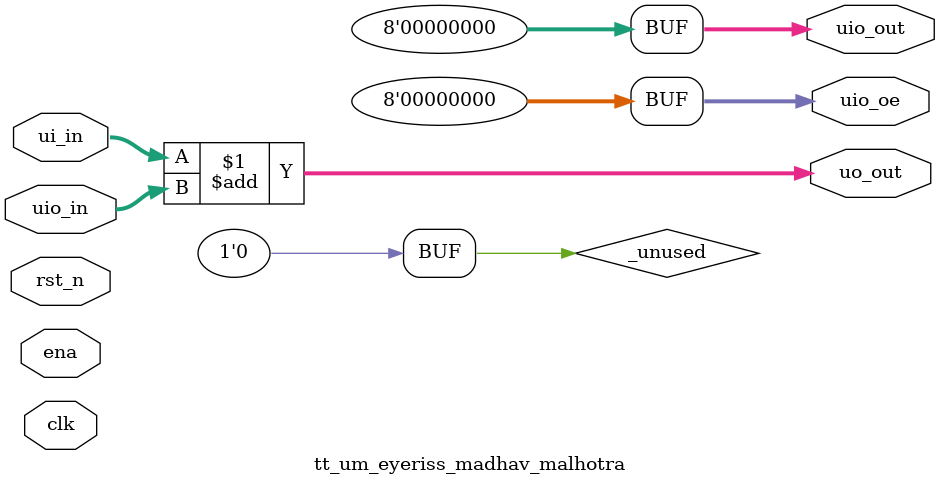
<source format=v>
/*
 * Copyright (c) 2024 Your Name
 * SPDX-License-Identifier: Apache-2.0
 */

`default_nettype none

module tt_um_eyeriss_madhav_malhotra (
    input  wire [7:0] ui_in,    // Dedicated inputs
    output wire [7:0] uo_out,   // Dedicated outputs
    input  wire [7:0] uio_in,   // IOs: Input path
    output wire [7:0] uio_out,  // IOs: Output path
    output wire [7:0] uio_oe,   // IOs: Enable path (active high: 0=input, 1=output)
    input  wire       ena,      // always 1 when the design is powered, so you can ignore it
    input  wire       clk,      // clock
    input  wire       rst_n     // reset_n - low to reset
);

  // All output pins must be assigned. If not used, assign to 0.
  assign uo_out  = ui_in + uio_in;  // Example: ou_out is the sum of ui_in and uio_in
  assign uio_out = 0;
  assign uio_oe  = 0;

  // List all unused inputs to prevent warnings
  wire _unused = &{ena, clk, rst_n, 1'b0};

endmodule

</source>
